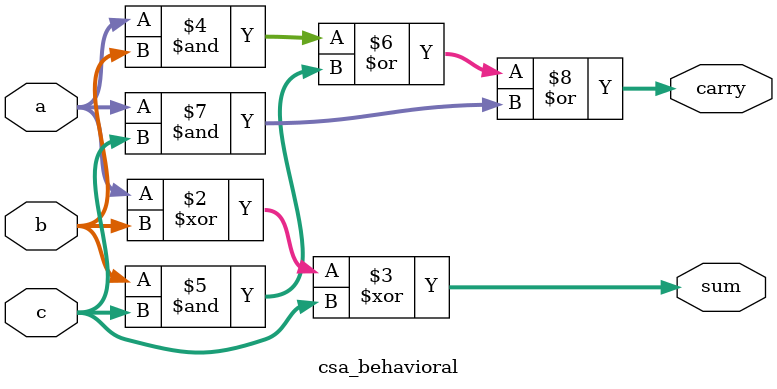
<source format=v>
module csa_behavioral(
  input [31:0] a,
  input [31:0] b,
  input [31:0] c,
  output reg [31:0] sum,
  output reg [31:0] carry
);
  always @(*) begin
    sum = a ^ b ^ c;
    carry = (a & b) | (b & c) | (a & c);
  end
endmodule
</source>
